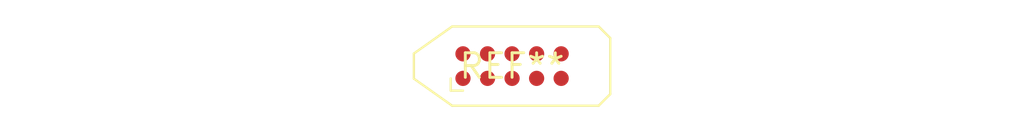
<source format=kicad_pcb>
(kicad_pcb (version 20240108) (generator pcbnew)
  (layers (0 "F.Cu" signal) (31 "B.Cu" signal) (34 "B.Paste" user) (35 "F.Paste" user) (36 "B.SilkS" user "B.Silkscreen") (37 "F.SilkS" user "F.Silkscreen") (38 "B.Mask" user) (39 "F.Mask" user) (44 "Edge.Cuts" user))
  (net 0 "")
  (footprint "Tag-Connect_TC2050-IDC-NL_2x05_P1.27mm_Vertical" (layer "F.Cu") (at 0 0)
    (property "Reference" "REF**")
    (property "Value" "Tag-Connect_TC2050-IDC-NL_2x05_P1.27mm_Vertical")
    (fp_line (start -5.08 -0.65) (end -3.1 -2.05) (layer "F.SilkS") (stroke (width 0.12)))
    (fp_line (start -5.08 0.65) (end -5.08 -0.65) (layer "F.SilkS") (stroke (width 0.12)))
    (fp_line (start -3.175 1.27) (end -3.175 0.635) (layer "F.SilkS") (stroke (width 0.12)))
    (fp_line (start -3.1 -2.05) (end 4.48 -2.05) (layer "F.SilkS") (stroke (width 0.12)))
    (fp_line (start -3.1 2.05) (end -5.08 0.65) (layer "F.SilkS") (stroke (width 0.12)))
    (fp_line (start -2.54 1.27) (end -3.175 1.27) (layer "F.SilkS") (stroke (width 0.12)))
    (fp_line (start 4.48 -2.05) (end 5.08 -1.45) (layer "F.SilkS") (stroke (width 0.12)))
    (fp_line (start 4.48 2.05) (end -3.1 2.05) (layer "F.SilkS") (stroke (width 0.12)))
    (fp_line (start 4.48 2.05) (end 5.08 1.45) (layer "F.SilkS") (stroke (width 0.12)))
    (fp_line (start 5.08 -1.45) (end 5.08 1.45) (layer "F.SilkS") (stroke (width 0.12)))
    (pad "" np_thru_hole circle (at -3.81 0) (size 0.9906 0.9906) (drill 0.9906) (layers *.Cu *.Mask))
    (pad "" np_thru_hole circle (at 3.81 -1.016) (size 0.9906 0.9906) (drill 0.9906) (layers *.Cu *.Mask))
    (pad "" np_thru_hole circle (at 3.81 1.016) (size 0.9906 0.9906) (drill 0.9906) (layers *.Cu *.Mask))
    (pad "1" connect circle (at -2.54 0.635) (size 0.7874 0.7874) (layers "F.Cu" "F.Mask"))
    (pad "2" connect circle (at -1.27 0.635) (size 0.7874 0.7874) (layers "F.Cu" "F.Mask"))
    (pad "3" connect circle (at 0 0.635) (size 0.7874 0.7874) (layers "F.Cu" "F.Mask"))
    (pad "4" connect circle (at 1.27 0.635) (size 0.7874 0.7874) (layers "F.Cu" "F.Mask"))
    (pad "5" connect circle (at 2.54 0.635) (size 0.7874 0.7874) (layers "F.Cu" "F.Mask"))
    (pad "6" connect circle (at 2.54 -0.635) (size 0.7874 0.7874) (layers "F.Cu" "F.Mask"))
    (pad "7" connect circle (at 1.27 -0.635) (size 0.7874 0.7874) (layers "F.Cu" "F.Mask"))
    (pad "8" connect circle (at 0 -0.635) (size 0.7874 0.7874) (layers "F.Cu" "F.Mask"))
    (pad "9" connect circle (at -1.27 -0.635) (size 0.7874 0.7874) (layers "F.Cu" "F.Mask"))
    (pad "10" connect circle (at -2.54 -0.635) (size 0.7874 0.7874) (layers "F.Cu" "F.Mask"))
  )
)
</source>
